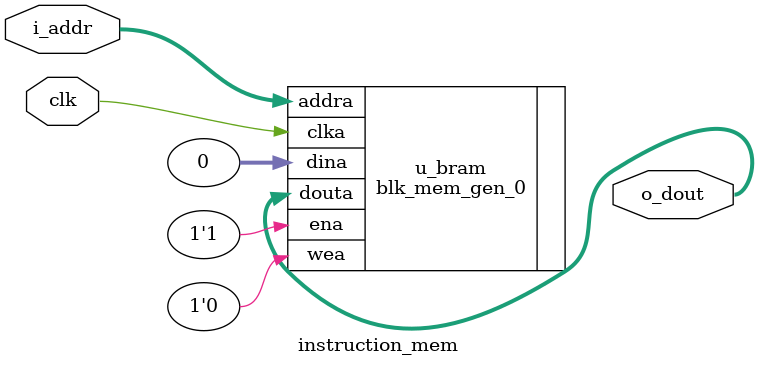
<source format=sv>
/* Creator: ZY (Jiyoon An) */

module instruction_mem (
    input  wire        clk,
    input  wire [9:0]  i_addr,
    output reg  [31:0] o_dout
);
    // Vivado bram

    blk_mem_gen_0 u_bram (
    .clka(clk),
    .addra(i_addr),
    .douta(o_dout),
    .ena(1'b1),
    .wea(1'b0),
    .dina(32'b0)
    );

endmodule

</source>
